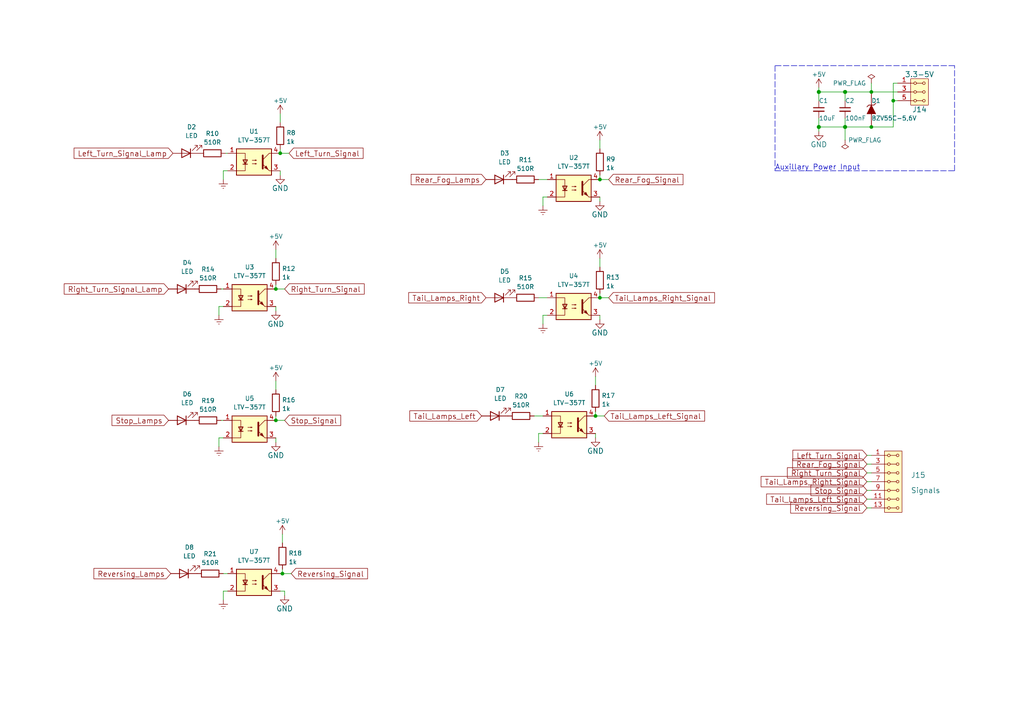
<source format=kicad_sch>
(kicad_sch (version 20211123) (generator eeschema)
  (paper "A4")
  (title_block (title "ISO11446PWR01") (date "%d. %m. %Y") (rev "A") (company "Mlab www.mlab.cz") (comment 1 "Car trailer emulator and\\nPower source with signals output"))
  (lib_symbols
    (symbol "+5V_1" (power) (pin_names (offset 0))
      (property "Value" "+5V_1" (at 0 3.556 0))
      (symbol "+5V_1_0_1"
        (polyline (pts (xy -0.762 1.27) (xy 0 2.54)))
        (polyline (pts (xy 0 0) (xy 0 2.54)))
        (polyline (pts (xy 0 2.54) (xy 0.762 1.27)))
      )
      (symbol "+5V_1_1_1"
        (pin power_in line (at 0 0 90) (length 0) hide (name "+5V") (number "1"))
      )
    )
    (symbol "+5V_2" (power) (pin_names (offset 0))
      (property "Value" "+5V_2" (at 0 3.556 0))
      (symbol "+5V_2_0_1"
        (polyline (pts (xy -0.762 1.27) (xy 0 2.54)))
        (polyline (pts (xy 0 0) (xy 0 2.54)))
        (polyline (pts (xy 0 2.54) (xy 0.762 1.27)))
      )
      (symbol "+5V_2_1_1"
        (pin power_in line (at 0 0 90) (length 0) hide (name "+5V") (number "1"))
      )
    )
    (symbol "+5V_3" (power) (pin_names (offset 0))
      (property "Value" "+5V_3" (at 0 3.556 0))
      (symbol "+5V_3_0_1"
        (polyline (pts (xy -0.762 1.27) (xy 0 2.54)))
        (polyline (pts (xy 0 0) (xy 0 2.54)))
        (polyline (pts (xy 0 2.54) (xy 0.762 1.27)))
      )
      (symbol "+5V_3_1_1"
        (pin power_in line (at 0 0 90) (length 0) hide (name "+5V") (number "1"))
      )
    )
    (symbol "+5V_4" (power) (pin_names (offset 0))
      (property "Value" "+5V_4" (at 0 3.556 0))
      (symbol "+5V_4_0_1"
        (polyline (pts (xy -0.762 1.27) (xy 0 2.54)))
        (polyline (pts (xy 0 0) (xy 0 2.54)))
        (polyline (pts (xy 0 2.54) (xy 0.762 1.27)))
      )
      (symbol "+5V_4_1_1"
        (pin power_in line (at 0 0 90) (length 0) hide (name "+5V") (number "1"))
      )
    )
    (symbol "+5V_5" (power) (pin_names (offset 0))
      (property "Value" "+5V_5" (at 0 3.556 0))
      (symbol "+5V_5_0_1"
        (polyline (pts (xy -0.762 1.27) (xy 0 2.54)))
        (polyline (pts (xy 0 0) (xy 0 2.54)))
        (polyline (pts (xy 0 2.54) (xy 0.762 1.27)))
      )
      (symbol "+5V_5_1_1"
        (pin power_in line (at 0 0 90) (length 0) hide (name "+5V") (number "1"))
      )
    )
    (symbol "+5V_6" (power) (pin_names (offset 0))
      (property "Value" "+5V_6" (at 0 3.556 0))
      (symbol "+5V_6_0_1"
        (polyline (pts (xy -0.762 1.27) (xy 0 2.54)))
        (polyline (pts (xy 0 0) (xy 0 2.54)))
        (polyline (pts (xy 0 2.54) (xy 0.762 1.27)))
      )
      (symbol "+5V_6_1_1"
        (pin power_in line (at 0 0 90) (length 0) hide (name "+5V") (number "1"))
      )
    )
    (symbol "+5V_7" (power) (pin_names (offset 0))
      (property "Value" "+5V_7" (at 0 3.556 0))
      (symbol "+5V_7_0_1"
        (polyline (pts (xy -0.762 1.27) (xy 0 2.54)))
        (polyline (pts (xy 0 0) (xy 0 2.54)))
        (polyline (pts (xy 0 2.54) (xy 0.762 1.27)))
      )
      (symbol "+5V_7_1_1"
        (pin power_in line (at 0 0 90) (length 0) hide (name "+5V") (number "1"))
      )
    )
    (symbol "Device:LED" (pin_numbers hide) (pin_names (offset 1.016) hide)
      (property "Reference" "D" (at 0 2.54 0))
      (property "Value" "LED" (at 0 -2.54 0))
      (symbol "LED_0_1"
        (polyline (pts (xy -1.27 -1.27) (xy -1.27 1.27)) (stroke (width 0.254)))
        (polyline (pts (xy -1.27 0) (xy 1.27 0)))
        (polyline (pts (xy 1.27 -1.27) (xy 1.27 1.27) (xy -1.27 0) (xy 1.27 -1.27)) (stroke (width 0.254)))
        (polyline (pts (xy -3.048 -0.762) (xy -4.572 -2.286) (xy -3.81 -2.286) (xy -4.572 -2.286) (xy -4.572 -1.524)))
        (polyline (pts (xy -1.778 -0.762) (xy -3.302 -2.286) (xy -2.54 -2.286) (xy -3.302 -2.286) (xy -3.302 -1.524)))
      )
      (symbol "LED_1_1"
        (pin passive line (at -3.81 0 0) (length 2.54) (name "K") (number "1"))
        (pin passive line (at 3.81 0 180) (length 2.54) (name "A") (number "2"))
      )
    )
    (symbol "Device:R" (pin_numbers hide) (pin_names (offset 0))
      (property "Reference" "R" (at 2.032 0 90))
      (property "Value" "R" (at 0 0 90))
      (symbol "R_0_1"
        (rectangle (start -1.016 -2.54) (end 1.016 2.54) (stroke (width 0.254)))
      )
      (symbol "R_1_1"
        (pin passive line (at 0 3.81 270) (length 1.27) (name "~") (number "1"))
        (pin passive line (at 0 -3.81 90) (length 1.27) (name "~") (number "2"))
      )
    )
    (symbol "GND_1" (power) (pin_names (offset 0))
      (property "Value" "GND_1" (at 0 -3.81 0))
      (symbol "GND_1_0_1"
        (polyline (pts (xy 0 0) (xy 0 -1.27) (xy 1.27 -1.27) (xy 0 -2.54) (xy -1.27 -1.27) (xy 0 -1.27)))
      )
      (symbol "GND_1_1_1"
        (pin power_in line (at 0 0 270) (length 0) hide (name "GND") (number "1"))
      )
    )
    (symbol "GND_2" (power) (pin_names (offset 0))
      (property "Value" "GND_2" (at 0 -3.81 0))
      (symbol "GND_2_0_1"
        (polyline (pts (xy 0 0) (xy 0 -1.27) (xy 1.27 -1.27) (xy 0 -2.54) (xy -1.27 -1.27) (xy 0 -1.27)))
      )
      (symbol "GND_2_1_1"
        (pin power_in line (at 0 0 270) (length 0) hide (name "GND") (number "1"))
      )
    )
    (symbol "GND_3" (power) (pin_names (offset 0))
      (property "Value" "GND_3" (at 0 -3.81 0))
      (symbol "GND_3_0_1"
        (polyline (pts (xy 0 0) (xy 0 -1.27) (xy 1.27 -1.27) (xy 0 -2.54) (xy -1.27 -1.27) (xy 0 -1.27)))
      )
      (symbol "GND_3_1_1"
        (pin power_in line (at 0 0 270) (length 0) hide (name "GND") (number "1"))
      )
    )
    (symbol "GND_4" (power) (pin_names (offset 0))
      (property "Value" "GND_4" (at 0 -3.81 0))
      (symbol "GND_4_0_1"
        (polyline (pts (xy 0 0) (xy 0 -1.27) (xy 1.27 -1.27) (xy 0 -2.54) (xy -1.27 -1.27) (xy 0 -1.27)))
      )
      (symbol "GND_4_1_1"
        (pin power_in line (at 0 0 270) (length 0) hide (name "GND") (number "1"))
      )
    )
    (symbol "GND_5" (power) (pin_names (offset 0))
      (property "Value" "GND_5" (at 0 -3.81 0))
      (symbol "GND_5_0_1"
        (polyline (pts (xy 0 0) (xy 0 -1.27) (xy 1.27 -1.27) (xy 0 -2.54) (xy -1.27 -1.27) (xy 0 -1.27)))
      )
      (symbol "GND_5_1_1"
        (pin power_in line (at 0 0 270) (length 0) hide (name "GND") (number "1"))
      )
    )
    (symbol "GND_6" (power) (pin_names (offset 0))
      (property "Value" "GND_6" (at 0 -3.81 0))
      (symbol "GND_6_0_1"
        (polyline (pts (xy 0 0) (xy 0 -1.27) (xy 1.27 -1.27) (xy 0 -2.54) (xy -1.27 -1.27) (xy 0 -1.27)))
      )
      (symbol "GND_6_1_1"
        (pin power_in line (at 0 0 270) (length 0) hide (name "GND") (number "1"))
      )
    )
    (symbol "GND_7" (power) (pin_names (offset 0))
      (property "Value" "GND_7" (at 0 -3.81 0))
      (symbol "GND_7_0_1"
        (polyline (pts (xy 0 0) (xy 0 -1.27) (xy 1.27 -1.27) (xy 0 -2.54) (xy -1.27 -1.27) (xy 0 -1.27)))
      )
      (symbol "GND_7_1_1"
        (pin power_in line (at 0 0 270) (length 0) hide (name "GND") (number "1"))
      )
    )
    (symbol "ISM02A-rescue:C_Small-Device-ISM02A-rescue" (pin_numbers hide) (pin_names (offset 0.254) hide)
      (property "Reference" "C" (at 0.254 1.778 0))
      (property "Value" "C_Small-Device-ISM02A-rescue" (at 0.254 -2.032 0))
      (symbol "C_Small-Device-ISM02A-rescue_0_1"
        (polyline (pts (xy -1.524 -0.508) (xy 1.524 -0.508)) (stroke (width 0.3302)))
        (polyline (pts (xy -1.524 0.508) (xy 1.524 0.508)) (stroke (width 0.3048)))
      )
      (symbol "C_Small-Device-ISM02A-rescue_1_1"
        (pin passive line (at 0 2.54 270) (length 2.032) (name "~") (number "1"))
        (pin passive line (at 0 -2.54 90) (length 2.032) (name "~") (number "2"))
      )
    )
    (symbol "ISM02A-rescue:D_ZENER-MLAB_D" (pin_numbers hide) (pin_names (offset 1.016) hide)
      (property "Reference" "D" (at 0 2.54 0))
      (property "Value" "D_ZENER-MLAB_D" (at 0 -2.54 0))
      (symbol "D_ZENER-MLAB_D_0_1"
        (polyline (pts (xy -1.778 1.27) (xy -1.27 0.762) (xy -1.27 -0.762) (xy -0.762 -1.27) (xy -0.762 -1.27)) (stroke (width 0.2032)))
        (polyline (pts (xy -1.27 0) (xy 1.27 1.27) (xy 1.27 -1.27) (xy -1.27 0) (xy -1.27 0)) (fill (type outline)))
      )
      (symbol "D_ZENER-MLAB_D_1_1"
        (pin passive line (at -5.08 0 0) (length 3.81) (name "K") (number "1"))
        (pin passive line (at 5.08 0 180) (length 3.81) (name "A") (number "2"))
      )
    )
    (symbol "Isolator:LTV-357T" (pin_names (offset 1.016))
      (property "Reference" "U" (at -5.334 4.826 0))
      (property "Value" "LTV-357T" (at 0 5.08 0))
      (symbol "LTV-357T_0_1"
        (rectangle (start -5.08 3.81) (end 5.08 -3.81) (stroke (width 0.254)) (fill (type background)))
        (polyline (pts (xy -3.175 -0.635) (xy -1.905 -0.635)) (stroke (width 0.254)))
        (polyline (pts (xy 2.54 0.635) (xy 4.445 2.54)))
        (polyline (pts (xy 4.445 -2.54) (xy 2.54 -0.635)) (fill (type outline)))
        (polyline (pts (xy 4.445 -2.54) (xy 5.08 -2.54)))
        (polyline (pts (xy 4.445 2.54) (xy 5.08 2.54)))
        (polyline (pts (xy -5.08 2.54) (xy -2.54 2.54) (xy -2.54 -0.762)))
        (polyline (pts (xy -2.54 -0.635) (xy -2.54 -2.54) (xy -5.08 -2.54)))
        (polyline (pts (xy 2.54 1.905) (xy 2.54 -1.905) (xy 2.54 -1.905)) (stroke (width 0.508)))
        (polyline (pts (xy -2.54 -0.635) (xy -3.175 0.635) (xy -1.905 0.635) (xy -2.54 -0.635)) (stroke (width 0.254)))
        (polyline (pts (xy -0.508 -0.508) (xy 0.762 -0.508) (xy 0.381 -0.635) (xy 0.381 -0.381) (xy 0.762 -0.508)))
        (polyline (pts (xy -0.508 0.508) (xy 0.762 0.508) (xy 0.381 0.381) (xy 0.381 0.635) (xy 0.762 0.508)))
        (polyline (pts (xy 3.048 -1.651) (xy 3.556 -1.143) (xy 4.064 -2.159) (xy 3.048 -1.651) (xy 3.048 -1.651)) (fill (type outline)))
      )
      (symbol "LTV-357T_1_1"
        (pin passive line (at -7.62 2.54 0) (length 2.54) (name "~") (number "1"))
        (pin passive line (at -7.62 -2.54 0) (length 2.54) (name "~") (number "2"))
        (pin passive line (at 7.62 -2.54 180) (length 2.54) (name "~") (number "3"))
        (pin passive line (at 7.62 2.54 180) (length 2.54) (name "~") (number "4"))
      )
    )
    (symbol "MLAB_HEADER:HEADER_2x07_PARALLEL" (pin_names (offset 1.016))
      (property "Reference" "J" (at 0 -10.16 0))
      (property "Value" "HEADER_2x07_PARALLEL" (at 0 10.16 0))
      (symbol "HEADER_2x07_PARALLEL_0_1"
        (rectangle (start -2.54 8.89) (end 2.54 -8.89) (fill (type background)))
        (circle (center -1.27 -7.62) (radius 0.381))
        (circle (center -1.27 -5.08) (radius 0.381))
        (circle (center -1.27 -2.54) (radius 0.381))
        (circle (center -1.27 0) (radius 0.381))
        (circle (center -1.27 2.54) (radius 0.381))
        (circle (center -1.27 5.08) (radius 0.381))
        (circle (center -1.27 7.62) (radius 0.381))
        (polyline (pts (xy -1.651 -7.62) (xy -2.54 -7.62)))
        (polyline (pts (xy -1.651 -5.08) (xy -2.54 -5.08)))
        (polyline (pts (xy -1.651 -2.54) (xy -2.54 -2.54)))
        (polyline (pts (xy -1.651 0) (xy -2.54 0)))
        (polyline (pts (xy -1.651 2.54) (xy -2.54 2.54)))
        (polyline (pts (xy -1.651 5.08) (xy -2.54 5.08)))
        (polyline (pts (xy -1.651 7.62) (xy -2.54 7.62)))
        (polyline (pts (xy -0.889 -7.62) (xy 0.889 -7.62)))
        (polyline (pts (xy -0.889 -5.08) (xy 0.889 -5.08)))
        (polyline (pts (xy -0.889 -2.54) (xy 0.889 -2.54)))
        (polyline (pts (xy -0.889 0) (xy 0.889 0)))
        (polyline (pts (xy -0.889 2.54) (xy 0.889 2.54)))
        (polyline (pts (xy -0.889 5.08) (xy 0.889 5.08)))
        (polyline (pts (xy -0.889 7.62) (xy 0.889 7.62)))
        (circle (center 1.27 -7.62) (radius 0.381))
        (circle (center 1.27 -5.08) (radius 0.381))
        (circle (center 1.27 -2.54) (radius 0.381))
        (circle (center 1.27 0) (radius 0.381))
        (circle (center 1.27 2.54) (radius 0.381))
        (circle (center 1.27 5.08) (radius 0.381))
        (circle (center 1.27 7.62) (radius 0.381))
      )
      (symbol "HEADER_2x07_PARALLEL_1_1"
        (pin input line (at -6.35 7.62 0) (length 3.81) (name "~") (number "1"))
        (pin input line (at -6.35 -2.54 0) (length 3.81) hide (name "~") (number "10"))
        (pin input line (at -6.35 -5.08 0) (length 3.81) (name "~") (number "11"))
        (pin input line (at -6.35 -5.08 0) (length 3.81) hide (name "~") (number "12"))
        (pin input line (at -6.35 -7.62 0) (length 3.81) (name "~") (number "13"))
        (pin input line (at -6.35 -7.62 0) (length 3.81) hide (name "~") (number "14"))
        (pin input line (at -6.35 7.62 0) (length 3.81) hide (name "~") (number "2"))
        (pin input line (at -6.35 5.08 0) (length 3.81) (name "~") (number "3"))
        (pin input line (at -6.35 5.08 0) (length 3.81) hide (name "~") (number "4"))
        (pin input line (at -6.35 2.54 0) (length 3.81) (name "~") (number "5"))
        (pin input line (at -6.35 2.54 0) (length 3.81) hide (name "~") (number "6"))
        (pin input line (at -6.35 0 0) (length 3.81) (name "~") (number "7"))
        (pin input line (at -6.35 0 0) (length 3.81) hide (name "~") (number "8"))
        (pin input line (at -6.35 -2.54 0) (length 3.81) (name "~") (number "9"))
      )
    )
    (symbol "header:HEADER_2x03_PARALLEL" (pin_names (offset 1.016))
      (property "Reference" "J" (at 0 -5.08 0))
      (property "Value" "HEADER_2x03_PARALLEL" (at 0 5.08 0))
      (symbol "HEADER_2x03_PARALLEL_0_1"
        (rectangle (start -2.54 3.81) (end 2.54 -3.81) (fill (type background)))
        (circle (center -1.27 -2.54) (radius 0.381))
        (circle (center -1.27 0) (radius 0.381))
        (circle (center -1.27 2.54) (radius 0.381))
        (polyline (pts (xy -1.651 -2.54) (xy -2.54 -2.54)))
        (polyline (pts (xy -1.651 0) (xy -2.54 0)))
        (polyline (pts (xy -1.651 2.54) (xy -2.54 2.54)))
        (polyline (pts (xy -0.889 -2.54) (xy 0.889 -2.54)))
        (polyline (pts (xy -0.889 0) (xy 0.889 0)))
        (polyline (pts (xy -0.889 2.54) (xy 0.889 2.54)))
        (circle (center 1.27 -2.54) (radius 0.381))
        (circle (center 1.27 0) (radius 0.381))
        (circle (center 1.27 2.54) (radius 0.381))
      )
      (symbol "HEADER_2x03_PARALLEL_1_1"
        (pin input line (at -6.35 2.54 0) (length 3.81) (name "~") (number "1"))
        (pin input line (at -6.35 2.54 0) (length 3.81) hide (name "~") (number "2"))
        (pin input line (at -6.35 0 0) (length 3.81) (name "~") (number "3"))
        (pin input line (at -6.35 0 0) (length 3.81) hide (name "~") (number "4"))
        (pin input line (at -6.35 -2.54 0) (length 3.81) (name "~") (number "5"))
        (pin input line (at -6.35 -2.54 0) (length 3.81) hide (name "~") (number "6"))
      )
    )
    (symbol "power:+5V" (power) (pin_names (offset 0))
      (property "Value" "+5V" (at 0 3.556 0))
      (symbol "+5V_0_1"
        (polyline (pts (xy -0.762 1.27) (xy 0 2.54)))
        (polyline (pts (xy 0 0) (xy 0 2.54)))
        (polyline (pts (xy 0 2.54) (xy 0.762 1.27)))
      )
      (symbol "+5V_1_1"
        (pin power_in line (at 0 0 90) (length 0) hide (name "+5V") (number "1"))
      )
    )
    (symbol "power:Earth" (power) (pin_names (offset 0))
      (symbol "Earth_0_1"
        (polyline (pts (xy -0.635 -1.905) (xy 0.635 -1.905)))
        (polyline (pts (xy -0.127 -2.54) (xy 0.127 -2.54)))
        (polyline (pts (xy 0 -1.27) (xy 0 0)))
        (polyline (pts (xy 1.27 -1.27) (xy -1.27 -1.27)))
      )
      (symbol "Earth_1_1"
        (pin power_in line (at 0 0 270) (length 0) hide (name "Earth") (number "1"))
      )
    )
    (symbol "power:GND" (power) (pin_names (offset 0))
      (property "Value" "GND" (at 0 -3.81 0))
      (symbol "GND_0_1"
        (polyline (pts (xy 0 0) (xy 0 -1.27) (xy 1.27 -1.27) (xy 0 -2.54) (xy -1.27 -1.27) (xy 0 -1.27)))
      )
      (symbol "GND_1_1"
        (pin power_in line (at 0 0 270) (length 0) hide (name "GND") (number "1"))
      )
    )
    (symbol "power:PWR_FLAG" (power) (pin_numbers hide) (pin_names (offset 0) hide)
      (property "Value" "PWR_FLAG" (at 0 3.81 0))
      (symbol "PWR_FLAG_0_0"
        (pin power_out line (at 0 0 90) (length 0) (name "pwr") (number "1"))
      )
      (symbol "PWR_FLAG_0_1"
        (polyline (pts (xy 0 0) (xy 0 1.27) (xy -1.016 1.905) (xy 0 2.54) (xy 1.016 1.905) (xy 0 1.27)))
      )
    )
  )
  (junction (at 81.915 166.37))
  (junction (at 172.72 120.65))
  (junction (at 80.01 83.82))
  (junction (at 252.73 36.83))
  (junction (at 237.49 36.83) (diameter 1.016))
  (junction (at 80.01 121.92))
  (junction (at 259.08 29.21))
  (junction (at 245.11 36.83) (diameter 1.016))
  (junction (at 173.99 52.07))
  (junction (at 252.73 26.67))
  (junction (at 237.49 26.67) (diameter 1.016))
  (junction (at 81.28 44.45))
  (junction (at 173.99 86.36))
  (junction (at 245.11 26.67) (diameter 1.016))
  (wire (pts (xy 172.72 119.38) (xy 172.72 120.65)))
  (wire (pts (xy 64.77 171.45) (xy 66.04 171.45)))
  (wire (pts (xy 81.915 165.1) (xy 81.915 166.37)))
  (wire (pts (xy 82.55 171.45) (xy 82.55 172.72)))
  (wire (pts (xy 64.135 83.82) (xy 64.77 83.82)))
  (wire (pts (xy 252.73 134.62) (xy 251.46 134.62)))
  (wire (pts (xy 172.72 125.73) (xy 172.72 127)))
  (wire (pts (xy 80.01 110.49) (xy 80.01 113.03)))
  (wire (pts (xy 81.28 49.53) (xy 81.28 50.8)))
  (wire (pts (xy 80.01 120.65) (xy 80.01 121.92)))
  (wire (pts (xy 80.01 82.55) (xy 80.01 83.82)))
  (wire (pts (xy 156.21 125.73) (xy 157.48 125.73)))
  (wire (pts (xy 173.99 74.93) (xy 173.99 77.47)))
  (polyline (pts (xy 276.86 19.05) (xy 224.79 19.05)))
  (wire (pts (xy 259.08 29.21) (xy 259.08 36.83)))
  (wire (pts (xy 82.55 121.92) (xy 80.01 121.92)))
  (wire (pts (xy 156.21 86.36) (xy 158.75 86.36)))
  (wire (pts (xy 176.53 52.07) (xy 173.99 52.07)))
  (wire (pts (xy 64.77 166.37) (xy 66.04 166.37)))
  (polyline (pts (xy 276.86 49.53) (xy 276.86 19.05)))
  (wire (pts (xy 65.405 44.45) (xy 66.04 44.45)))
  (wire (pts (xy 252.73 26.67) (xy 245.11 26.67)))
  (wire (pts (xy 64.77 173.99) (xy 64.77 171.45)))
  (wire (pts (xy 157.48 59.69) (xy 157.48 57.15)))
  (wire (pts (xy 63.5 91.44) (xy 63.5 88.9)))
  (wire (pts (xy 80.01 88.9) (xy 80.01 90.17)))
  (wire (pts (xy 173.99 50.8) (xy 173.99 52.07)))
  (wire (pts (xy 154.94 120.65) (xy 157.48 120.65)))
  (wire (pts (xy 64.135 121.92) (xy 64.77 121.92)))
  (wire (pts (xy 252.73 24.13) (xy 252.73 26.67)))
  (wire (pts (xy 63.5 129.54) (xy 63.5 127)))
  (wire (pts (xy 81.28 43.18) (xy 81.28 44.45)))
  (wire (pts (xy 245.11 34.29) (xy 245.11 36.83)))
  (wire (pts (xy 173.99 91.44) (xy 173.99 92.71)))
  (wire (pts (xy 157.48 57.15) (xy 158.75 57.15)))
  (polyline (pts (xy 224.79 49.53) (xy 276.86 49.53)))
  (wire (pts (xy 260.35 24.13) (xy 259.08 24.13)))
  (wire (pts (xy 252.73 132.08) (xy 251.46 132.08)))
  (wire (pts (xy 81.28 166.37) (xy 81.915 166.37)))
  (wire (pts (xy 156.21 52.07) (xy 158.75 52.07)))
  (wire (pts (xy 237.49 34.29) (xy 237.49 36.83)))
  (wire (pts (xy 252.73 137.16) (xy 251.46 137.16)))
  (wire (pts (xy 260.35 29.21) (xy 259.08 29.21)))
  (wire (pts (xy 176.53 86.36) (xy 173.99 86.36)))
  (wire (pts (xy 252.73 26.67) (xy 260.35 26.67)))
  (wire (pts (xy 259.08 24.13) (xy 259.08 29.21)))
  (wire (pts (xy 252.73 139.7) (xy 251.46 139.7)))
  (wire (pts (xy 173.99 40.64) (xy 173.99 43.18)))
  (wire (pts (xy 81.28 171.45) (xy 82.55 171.45)))
  (polyline (pts (xy 224.79 19.05) (xy 224.79 49.53)))
  (wire (pts (xy 157.48 91.44) (xy 158.75 91.44)))
  (wire (pts (xy 81.915 154.94) (xy 81.915 157.48)))
  (wire (pts (xy 237.49 26.67) (xy 237.49 29.21)))
  (wire (pts (xy 252.73 144.78) (xy 251.46 144.78)))
  (wire (pts (xy 156.21 128.27) (xy 156.21 125.73)))
  (wire (pts (xy 237.49 25.4) (xy 237.49 26.67)))
  (wire (pts (xy 245.11 36.83) (xy 252.73 36.83)))
  (wire (pts (xy 64.77 52.07) (xy 64.77 49.53)))
  (wire (pts (xy 175.26 120.65) (xy 172.72 120.65)))
  (wire (pts (xy 173.99 57.15) (xy 173.99 58.42)))
  (wire (pts (xy 81.915 166.37) (xy 84.455 166.37)))
  (wire (pts (xy 245.11 26.67) (xy 237.49 26.67)))
  (wire (pts (xy 237.49 36.83) (xy 237.49 38.1)))
  (wire (pts (xy 259.08 36.83) (xy 252.73 36.83)))
  (wire (pts (xy 173.99 85.09) (xy 173.99 86.36)))
  (wire (pts (xy 81.28 33.02) (xy 81.28 35.56)))
  (wire (pts (xy 245.11 36.83) (xy 237.49 36.83)))
  (wire (pts (xy 157.48 93.98) (xy 157.48 91.44)))
  (wire (pts (xy 63.5 127) (xy 64.77 127)))
  (wire (pts (xy 83.82 44.45) (xy 81.28 44.45)))
  (wire (pts (xy 63.5 88.9) (xy 64.77 88.9)))
  (wire (pts (xy 245.11 26.67) (xy 245.11 29.21)))
  (wire (pts (xy 245.11 40.64) (xy 245.11 36.83)))
  (wire (pts (xy 82.55 83.82) (xy 80.01 83.82)))
  (wire (pts (xy 64.77 49.53) (xy 66.04 49.53)))
  (wire (pts (xy 252.73 142.24) (xy 251.46 142.24)))
  (wire (pts (xy 80.01 72.39) (xy 80.01 74.93)))
  (wire (pts (xy 172.72 109.22) (xy 172.72 111.76)))
  (wire (pts (xy 80.01 127) (xy 80.01 128.27)))
  (wire (pts (xy 252.73 147.32) (xy 251.46 147.32)))
  (text "Auxillary Power Input" (at 224.79 49.53 0) (effects (font (size 1.524 1.524)) (justify left bottom)))
  (global_label "Right_Turn_Signal" (shape input) (at 251.46 137.16 180) (effects (font (size 1.524 1.524))) (property "Reference mezi listy" "${INTERSHEET_REFS}" (effects hide)))
  (global_label "Tail_Lamps_Left_Signal" (shape input) (at 251.46 144.78 180) (effects (font (size 1.524 1.524))) (property "Reference mezi listy" "${INTERSHEET_REFS}" (effects hide)))
  (global_label "Rear_Fog_Signal" (shape input) (at 251.46 134.62 180) (effects (font (size 1.524 1.524))) (property "Reference mezi listy" "${INTERSHEET_REFS}" (effects hide)))
  (global_label "Stop_Signal" (shape input) (at 251.46 142.24 180) (effects (font (size 1.524 1.524))) (property "Reference mezi listy" "${INTERSHEET_REFS}" (effects hide)))
  (global_label "Tail_Lamps_Right_Signal" (shape input) (at 251.46 139.7 180) (effects (font (size 1.524 1.524))) (property "Reference mezi listy" "${INTERSHEET_REFS}" (effects hide)))
  (global_label "Tail_Lamps_Right" (shape input) (at 140.97 86.36 180) (effects (font (size 1.524 1.524))) (property "Reference mezi listy" "${INTERSHEET_REFS}" (effects hide)))
  (global_label "Stop_Signal" (shape input) (at 82.55 121.92 0) (effects (font (size 1.524 1.524))) (property "Reference mezi listy" "${INTERSHEET_REFS}" (effects hide)))
  (global_label "Tail_Lamps_Right_Signal" (shape input) (at 176.53 86.36 0) (effects (font (size 1.524 1.524))) (property "Reference mezi listy" "${INTERSHEET_REFS}" (effects hide)))
  (global_label "Tail_Lamps_Left" (shape input) (at 139.7 120.65 180) (effects (font (size 1.524 1.524))) (property "Reference mezi listy" "${INTERSHEET_REFS}" (effects hide)))
  (global_label "Reversing_Lamps" (shape input) (at 49.53 166.37 180) (effects (font (size 1.524 1.524))) (property "Reference mezi listy" "${INTERSHEET_REFS}" (effects hide)))
  (global_label "Left_Turn_Signal" (shape input) (at 83.82 44.45 0) (effects (font (size 1.524 1.524))) (property "Reference mezi listy" "${INTERSHEET_REFS}" (effects hide)))
  (global_label "Reversing_Signal" (shape input) (at 84.455 166.37 0) (effects (font (size 1.524 1.524))) (property "Reference mezi listy" "${INTERSHEET_REFS}" (effects hide)))
  (global_label "Tail_Lamps_Left_Signal" (shape input) (at 175.26 120.65 0) (effects (font (size 1.524 1.524))) (property "Reference mezi listy" "${INTERSHEET_REFS}" (effects hide)))
  (global_label "Rear_Fog_Lamps" (shape input) (at 140.97 52.07 180) (effects (font (size 1.524 1.524))) (property "Reference mezi listy" "${INTERSHEET_REFS}" (effects hide)))
  (global_label "Right_Turn_Signal" (shape input) (at 82.55 83.82 0) (effects (font (size 1.524 1.524))) (property "Reference mezi listy" "${INTERSHEET_REFS}" (effects hide)))
  (global_label "Stop_Lamps" (shape input) (at 48.895 121.92 180) (effects (font (size 1.524 1.524))) (property "Reference mezi listy" "${INTERSHEET_REFS}" (effects hide)))
  (global_label "Right_Turn_Signal_Lamp" (shape input) (at 48.895 83.82 180) (effects (font (size 1.524 1.524))) (property "Reference mezi listy" "${INTERSHEET_REFS}" (effects hide)))
  (global_label "Reversing_Signal" (shape input) (at 251.46 147.32 180) (effects (font (size 1.524 1.524))) (property "Reference mezi listy" "${INTERSHEET_REFS}" (effects hide)))
  (global_label "Rear_Fog_Signal" (shape input) (at 176.53 52.07 0) (effects (font (size 1.524 1.524))) (property "Reference mezi listy" "${INTERSHEET_REFS}" (effects hide)))
  (global_label "Left_Turn_Signal_Lamp" (shape input) (at 50.165 44.45 180) (effects (font (size 1.524 1.524))) (property "Reference mezi listy" "${INTERSHEET_REFS}" (effects hide)))
  (global_label "Left_Turn_Signal" (shape input) (at 251.46 132.08 180) (effects (font (size 1.524 1.524))) (property "Reference mezi listy" "${INTERSHEET_REFS}" (effects hide)))
  (symbol (lib_name "+5V_1") (lib_id "power:+5V") (at 172.72 109.22 0) (unit 1)
    (property "Reference" "#PWR0111" (effects hide))
    (property "Value" "+5V" (at 172.72 105.41 0))
  )
  (symbol (lib_id "Device:R") (at 173.99 81.28 0) (unit 1)
    (property "Reference" "R13" (at 175.768 80.4453 0) (effects (justify left)))
    (property "Value" "1k" (at 175.768 82.9822 0) (effects (justify left)))
    (property "Footprint" "Mlab_R:SMD-0805" (effects hide))
  )
  (symbol (lib_id "Device:R") (at 152.4 52.07 90) (unit 1)
    (property "Reference" "R11" (at 152.4 46.355 90))
    (property "Value" "510R" (at 152.4 48.895 90))
    (property "Footprint" "Mlab_R:SMD-0805" (effects hide))
  )
  (symbol (lib_id "power:Earth") (at 64.77 173.99 0) (unit 1)
    (property "Reference" "#PWR0124" (effects hide))
    (property "Value" "Earth" (effects hide))
  )
  (symbol (lib_id "Isolator:LTV-357T") (at 166.37 54.61 0) (unit 1)
    (property "Reference" "U2" (at 166.37 45.72 0))
    (property "Value" "LTV-357T" (at 166.37 48.26 0))
    (property "Footprint" "Package_SO:SO-4_4.4x3.6mm_P2.54mm" (effects hide))
    (property "Datasheet" "https://www.buerklin.com/medias/sys_master/download/download/h91/ha0/8892020588574.pdf" (effects hide))
    (property "UST_ID" "5c70984412875079b91f8789" (effects hide))
  )
  (symbol (lib_id "Device:R") (at 151.13 120.65 90) (unit 1)
    (property "Reference" "R20" (at 151.13 114.935 90))
    (property "Value" "510R" (at 151.13 117.475 90))
    (property "Footprint" "Mlab_R:SMD-0805" (effects hide))
  )
  (symbol (lib_name "GND_6") (lib_id "power:GND") (at 82.55 172.72 0) (unit 1)
    (property "Reference" "#PWR0113" (effects hide))
    (property "Value" "GND" (at 82.55 176.53 0) (effects (font (size 1.524 1.524))))
  )
  (symbol (lib_id "Device:R") (at 61.595 44.45 90) (unit 1)
    (property "Reference" "R10" (at 61.595 38.735 90))
    (property "Value" "510R" (at 61.595 41.275 90))
    (property "Footprint" "Mlab_R:SMD-0805" (effects hide))
  )
  (symbol (lib_id "Isolator:LTV-357T") (at 72.39 124.46 0) (unit 1)
    (property "Reference" "U5" (at 72.39 115.57 0))
    (property "Value" "LTV-357T" (at 72.39 118.11 0))
    (property "Footprint" "Package_SO:SO-4_4.4x3.6mm_P2.54mm" (effects hide))
    (property "Datasheet" "https://www.buerklin.com/medias/sys_master/download/download/h91/ha0/8892020588574.pdf" (effects hide))
    (property "UST_ID" "5c70984412875079b91f8789" (effects hide))
  )
  (symbol (lib_id "power:GND") (at 173.99 58.42 0) (unit 1)
    (property "Reference" "#PWR0102" (effects hide))
    (property "Value" "GND" (at 173.99 62.23 0) (effects (font (size 1.524 1.524))))
  )
  (symbol (lib_id "Device:LED") (at 53.975 44.45 180) (unit 1)
    (property "Reference" "D2" (at 55.5625 36.83 0))
    (property "Value" "LED" (at 55.5625 39.37 0))
    (property "Footprint" "Mlab_D:LED_1206" (effects hide))
  )
  (symbol (lib_id "power:Earth") (at 157.48 59.69 0) (unit 1)
    (property "Reference" "#PWR0125" (effects hide))
    (property "Value" "Earth" (effects hide))
  )
  (symbol (lib_name "+5V_2") (lib_id "power:+5V") (at 80.01 72.39 0) (unit 1)
    (property "Reference" "#PWR0105" (effects hide))
    (property "Value" "+5V" (at 80.01 68.58 0))
  )
  (symbol (lib_id "Device:R") (at 152.4 86.36 90) (unit 1)
    (property "Reference" "R15" (at 152.4 80.645 90))
    (property "Value" "510R" (at 152.4 83.185 90))
    (property "Footprint" "Mlab_R:SMD-0805" (effects hide))
  )
  (symbol (lib_id "Isolator:LTV-357T") (at 73.66 168.91 0) (unit 1)
    (property "Reference" "U7" (at 73.66 160.02 0))
    (property "Value" "LTV-357T" (at 73.66 162.56 0))
    (property "Footprint" "Package_SO:SO-4_4.4x3.6mm_P2.54mm" (effects hide))
    (property "Datasheet" "https://www.buerklin.com/medias/sys_master/download/download/h91/ha0/8892020588574.pdf" (effects hide))
    (property "UST_ID" "5c70984412875079b91f8789" (effects hide))
  )
  (symbol (lib_id "Device:R") (at 172.72 115.57 0) (unit 1)
    (property "Reference" "R17" (at 174.498 114.7353 0) (effects (justify left)))
    (property "Value" "1k" (at 174.498 117.2722 0) (effects (justify left)))
    (property "Footprint" "Mlab_R:SMD-0805" (effects hide))
  )
  (symbol (lib_id "Device:R") (at 60.96 166.37 90) (unit 1)
    (property "Reference" "R21" (at 60.96 160.655 90))
    (property "Value" "510R" (at 60.96 163.195 90))
    (property "Footprint" "Mlab_R:SMD-0805" (effects hide))
  )
  (symbol (lib_id "power:+5V") (at 173.99 74.93 0) (unit 1)
    (property "Reference" "#PWR0103" (effects hide))
    (property "Value" "+5V" (at 173.99 71.12 0))
  )
  (symbol (lib_id "Device:R") (at 60.325 83.82 90) (unit 1)
    (property "Reference" "R14" (at 60.325 78.105 90))
    (property "Value" "510R" (at 60.325 80.645 90))
    (property "Footprint" "Mlab_R:SMD-0805" (effects hide))
  )
  (symbol (lib_name "GND_1") (lib_id "power:GND") (at 173.99 92.71 0) (unit 1)
    (property "Reference" "#PWR0110" (effects hide))
    (property "Value" "GND" (at 173.99 96.52 0) (effects (font (size 1.524 1.524))))
  )
  (symbol (lib_id "Device:LED") (at 144.78 86.36 180) (unit 1)
    (property "Reference" "D5" (at 146.3675 78.74 0))
    (property "Value" "LED" (at 146.3675 81.28 0))
    (property "Footprint" "Mlab_D:LED_1206" (effects hide))
  )
  (symbol (lib_id "Device:LED") (at 144.78 52.07 180) (unit 1)
    (property "Reference" "D3" (at 146.3675 44.45 0))
    (property "Value" "LED" (at 146.3675 46.99 0))
    (property "Footprint" "Mlab_D:LED_1206" (effects hide))
  )
  (symbol (lib_id "Device:R") (at 80.01 116.84 0) (unit 1)
    (property "Reference" "R16" (at 81.788 116.0053 0) (effects (justify left)))
    (property "Value" "1k" (at 81.788 118.5422 0) (effects (justify left)))
    (property "Footprint" "Mlab_R:SMD-0805" (effects hide))
  )
  (symbol (lib_id "Device:R") (at 173.99 46.99 0) (unit 1)
    (property "Reference" "R9" (at 175.768 46.1553 0) (effects (justify left)))
    (property "Value" "1k" (at 175.768 48.6922 0) (effects (justify left)))
    (property "Footprint" "Mlab_R:SMD-0805" (effects hide))
  )
  (symbol (lib_id "Isolator:LTV-357T") (at 72.39 86.36 0) (unit 1)
    (property "Reference" "U3" (at 72.39 77.47 0))
    (property "Value" "LTV-357T" (at 72.39 80.01 0))
    (property "Footprint" "Package_SO:SO-4_4.4x3.6mm_P2.54mm" (effects hide))
    (property "Datasheet" "https://www.buerklin.com/medias/sys_master/download/download/h91/ha0/8892020588574.pdf" (effects hide))
    (property "UST_ID" "5c70984412875079b91f8789" (effects hide))
  )
  (symbol (lib_id "power:PWR_FLAG") (at 245.11 40.64 180) (unit 1)
    (property "Reference" "#FLG0101" (effects hide))
    (property "Value" "PWR_FLAG" (at 250.825 40.64 0))
  )
  (symbol (lib_id "Device:LED") (at 143.51 120.65 180) (unit 1)
    (property "Reference" "D7" (at 145.0975 113.03 0))
    (property "Value" "LED" (at 145.0975 115.57 0))
    (property "Footprint" "Mlab_D:LED_1206" (effects hide))
  )
  (symbol (lib_name "+5V_6") (lib_id "power:+5V") (at 237.49 25.4 0) (unit 1)
    (property "Reference" "#PWR0116" (effects hide))
    (property "Value" "+5V" (at 237.49 21.59 0))
  )
  (symbol (lib_id "Device:R") (at 80.01 78.74 0) (unit 1)
    (property "Reference" "R12" (at 81.788 77.9053 0) (effects (justify left)))
    (property "Value" "1k" (at 81.788 80.4422 0) (effects (justify left)))
    (property "Footprint" "Mlab_R:SMD-0805" (effects hide))
  )
  (symbol (lib_id "Isolator:LTV-357T") (at 166.37 88.9 0) (unit 1)
    (property "Reference" "U4" (at 166.37 80.01 0))
    (property "Value" "LTV-357T" (at 166.37 82.55 0))
    (property "Footprint" "Package_SO:SO-4_4.4x3.6mm_P2.54mm" (effects hide))
    (property "Datasheet" "https://www.buerklin.com/medias/sys_master/download/download/h91/ha0/8892020588574.pdf" (effects hide))
    (property "UST_ID" "5c70984412875079b91f8789" (effects hide))
  )
  (symbol (lib_name "GND_5") (lib_id "power:GND") (at 80.01 128.27 0) (unit 1)
    (property "Reference" "#PWR0112" (effects hide))
    (property "Value" "GND" (at 80.01 132.08 0) (effects (font (size 1.524 1.524))))
  )
  (symbol (lib_id "header:HEADER_2x03_PARALLEL") (at 266.7 26.67 0) (unit 1)
    (property "Reference" "J14" (at 266.7 31.75 0) (effects (font (size 1.524 1.524))))
    (property "Value" "3.3-5V" (at 266.7 21.59 0) (effects (font (size 1.524 1.524))))
    (property "Footprint" "Mlab_Pin_Headers:Straight_2x03" (effects hide))
  )
  (symbol (lib_name "GND_2") (lib_id "power:GND") (at 172.72 127 0) (unit 1)
    (property "Reference" "#PWR0109" (effects hide))
    (property "Value" "GND" (at 172.72 130.81 0) (effects (font (size 1.524 1.524))))
  )
  (symbol (lib_name "GND_7") (lib_id "power:GND") (at 237.49 38.1 0) (unit 1)
    (property "Reference" "#PWR0115" (effects hide))
    (property "Value" "GND" (at 237.49 41.91 0) (effects (font (size 1.524 1.524))))
  )
  (symbol (lib_id "power:Earth") (at 63.5 129.54 0) (unit 1)
    (property "Reference" "#PWR0123" (effects hide))
    (property "Value" "Earth" (effects hide))
  )
  (symbol (lib_id "power:Earth") (at 157.48 93.98 0) (unit 1)
    (property "Reference" "#PWR0120" (effects hide))
    (property "Value" "Earth" (effects hide))
  )
  (symbol (lib_id "Device:R") (at 60.325 121.92 90) (unit 1)
    (property "Reference" "R19" (at 60.325 116.205 90))
    (property "Value" "510R" (at 60.325 118.745 90))
    (property "Footprint" "Mlab_R:SMD-0805" (effects hide))
  )
  (symbol (lib_id "power:PWR_FLAG") (at 252.73 24.13 0) (unit 1)
    (property "Reference" "#FLG0102" (effects hide))
    (property "Value" "PWR_FLAG" (at 246.38 24.13 0))
  )
  (symbol (lib_id "ISM02A-rescue:D_ZENER-MLAB_D") (at 252.73 31.75 270) (unit 1)
    (property "Reference" "D1" (at 252.73 29.21 90) (effects (justify left)))
    (property "Value" "BZV55C-5,6V" (at 252.73 34.29 90) (effects (justify left)))
    (property "Footprint" "Diode_SMD:D_SMA" (effects hide))
    (property "UST_ID" "5c70984512875079b91f88b2" (effects hide))
  )
  (symbol (lib_name "GND_4") (lib_id "power:GND") (at 81.28 50.8 0) (unit 1)
    (property "Reference" "#PWR0108" (effects hide))
    (property "Value" "GND" (at 81.28 54.61 0) (effects (font (size 1.524 1.524))))
  )
  (symbol (lib_name "+5V_4") (lib_id "power:+5V") (at 80.01 110.49 0) (unit 1)
    (property "Reference" "#PWR0107" (effects hide))
    (property "Value" "+5V" (at 80.01 106.68 0))
  )
  (symbol (lib_id "Device:LED") (at 52.705 121.92 180) (unit 1)
    (property "Reference" "D6" (at 54.2925 114.3 0))
    (property "Value" "LED" (at 54.2925 116.84 0))
    (property "Footprint" "Mlab_D:LED_1206" (effects hide))
  )
  (symbol (lib_id "Device:LED") (at 52.705 83.82 180) (unit 1)
    (property "Reference" "D4" (at 54.2925 76.2 0))
    (property "Value" "LED" (at 54.2925 78.74 0))
    (property "Footprint" "Mlab_D:LED_1206" (effects hide))
  )
  (symbol (lib_id "Device:R") (at 81.28 39.37 0) (unit 1)
    (property "Reference" "R8" (at 83.058 38.5353 0) (effects (justify left)))
    (property "Value" "1k" (at 83.058 41.0722 0) (effects (justify left)))
    (property "Footprint" "Mlab_R:SMD-0805" (effects hide))
  )
  (symbol (lib_id "Device:R") (at 81.915 161.29 0) (unit 1)
    (property "Reference" "R18" (at 83.693 160.4553 0) (effects (justify left)))
    (property "Value" "1k" (at 83.693 162.9922 0) (effects (justify left)))
    (property "Footprint" "Mlab_R:SMD-0805" (effects hide))
  )
  (symbol (lib_id "Isolator:LTV-357T") (at 165.1 123.19 0) (unit 1)
    (property "Reference" "U6" (at 165.1 114.3 0))
    (property "Value" "LTV-357T" (at 165.1 116.84 0))
    (property "Footprint" "Package_SO:SO-4_4.4x3.6mm_P2.54mm" (effects hide))
    (property "Datasheet" "https://www.buerklin.com/medias/sys_master/download/download/h91/ha0/8892020588574.pdf" (effects hide))
    (property "UST_ID" "5c70984412875079b91f8789" (effects hide))
  )
  (symbol (lib_name "+5V_3") (lib_id "power:+5V") (at 81.28 33.02 0) (unit 1)
    (property "Reference" "#PWR0101" (effects hide))
    (property "Value" "+5V" (at 81.28 29.21 0))
  )
  (symbol (lib_id "Isolator:LTV-357T") (at 73.66 46.99 0) (unit 1)
    (property "Reference" "U1" (at 73.66 38.1 0))
    (property "Value" "LTV-357T" (at 73.66 40.64 0))
    (property "Footprint" "Package_SO:SO-4_4.4x3.6mm_P2.54mm" (effects hide))
    (property "Datasheet" "https://www.buerklin.com/medias/sys_master/download/download/h91/ha0/8892020588574.pdf" (effects hide))
    (property "UST_ID" "5c70984412875079b91f8789" (effects hide))
  )
  (symbol (lib_name "+5V_5") (lib_id "power:+5V") (at 81.915 154.94 0) (unit 1)
    (property "Reference" "#PWR0114" (effects hide))
    (property "Value" "+5V" (at 81.915 151.13 0))
  )
  (symbol (lib_id "Device:LED") (at 53.34 166.37 180) (unit 1)
    (property "Reference" "D8" (at 54.9275 158.75 0))
    (property "Value" "LED" (at 54.9275 161.29 0))
    (property "Footprint" "Mlab_D:LED_1206" (effects hide))
  )
  (symbol (lib_id "power:Earth") (at 63.5 91.44 0) (unit 1)
    (property "Reference" "#PWR0121" (effects hide))
    (property "Value" "Earth" (effects hide))
  )
  (symbol (lib_id "ISM02A-rescue:C_Small-Device-ISM02A-rescue") (at 245.11 31.75 0) (unit 1)
    (property "Reference" "C2" (at 245.11 29.21 0) (effects (justify left)))
    (property "Value" "100nF" (at 245.11 34.29 0) (effects (justify left)))
    (property "Footprint" "Capacitor_SMD:C_0805_2012Metric" (effects hide))
    (property "UST_ID" "5c70984812875079b91f8bf2" (effects hide))
  )
  (symbol (lib_id "power:Earth") (at 64.77 52.07 0) (unit 1)
    (property "Reference" "#PWR0122" (effects hide))
    (property "Value" "Earth" (effects hide))
  )
  (symbol (lib_name "GND_3") (lib_id "power:GND") (at 80.01 90.17 0) (unit 1)
    (property "Reference" "#PWR0106" (effects hide))
    (property "Value" "GND" (at 80.01 93.98 0) (effects (font (size 1.524 1.524))))
  )
  (symbol (lib_name "+5V_7") (lib_id "power:+5V") (at 173.99 40.64 0) (unit 1)
    (property "Reference" "#PWR0104" (effects hide))
    (property "Value" "+5V" (at 173.99 36.83 0))
  )
  (symbol (lib_id "ISM02A-rescue:C_Small-Device-ISM02A-rescue") (at 237.49 31.75 0) (unit 1)
    (property "Reference" "C1" (at 237.49 29.21 0) (effects (justify left)))
    (property "Value" "10uF" (at 237.49 34.29 0) (effects (justify left)))
    (property "Footprint" "Mlab_C:SMD-0805" (effects hide))
    (property "UST_ID" "5c70984812875079b91f8bbe" (effects hide))
  )
  (symbol (lib_id "power:Earth") (at 156.21 128.27 0) (unit 1)
    (property "Reference" "#PWR0119" (effects hide))
    (property "Value" "Earth" (effects hide))
  )
  (symbol (lib_id "MLAB_HEADER:HEADER_2x07_PARALLEL") (at 259.08 139.7 0) (unit 1)
    (property "Reference" "J15" (at 264.16 137.795 0) (effects (font (size 1.524 1.524)) (justify left)))
    (property "Value" "Signals" (at 264.16 142.24 0) (effects (font (size 1.524 1.524)) (justify left)))
    (property "Footprint" "Mlab_Pin_Headers:Straight_2x07" (effects hide))
  )
)
</source>
